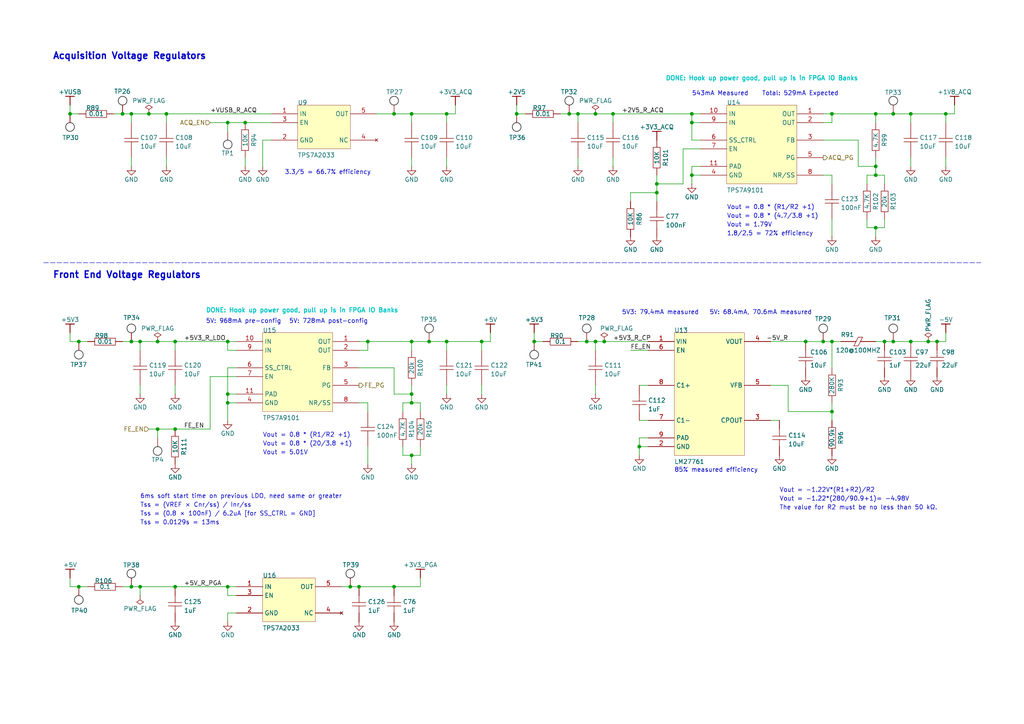
<source format=kicad_sch>
(kicad_sch (version 20250114) (generator "eeschema") (generator_version "9.0")
  (paper "A4")
  (title_block (title "ThunderScope") (rev "5.2") (company "EEVengers") (comment 1 "Aleksa Bjelogrlic"))
  (text "Vout = 0.8 * (20/3.8 +1)" (at 76.2 129.54 0) (effects (font (size 1.27 1.27)) (justify left bottom)))
  (text "" (at 96.52 162.56 0) (effects (font (size 1.27 1.27)) (justify left bottom)))
  (text "Tss = 0.0129s = 13ms" (at 40.64 152.4 0) (effects (font (size 1.27 1.27)) (justify left bottom)))
  (text "5V: 728mA post-config" (at 83.82 93.98 0) (effects (font (size 1.27 1.27) (thickness 0.1588)) (justify left bottom)))
  (text "3.3/5 = 66.7% efficiency" (at 82.55 50.8 0) (effects (font (size 1.27 1.27) (thickness 0.1588)) (justify left bottom)))
  (text "5V: 968mA pre-config" (at 59.69 93.98 0) (effects (font (size 1.27 1.27) (thickness 0.1588)) (justify left bottom)))
  (text "Vout = 0.8 * (R1/R2 +1)" (at 210.82 60.96 0) (effects (font (size 1.27 1.27) (thickness 0.1588)) (justify left bottom)))
  (text "Tss = (0.8 × 100nF) / 6.2uA [for SS_CTRL = GND]" (at 40.64 149.86 0) (effects (font (size 1.27 1.27)) (justify left bottom)))
  (text "Vout = -1.22V*(R1+R2)/R2" (at 226.06 142.24 0) (effects (font (size 1.27 1.27)) (justify left)))
  (text "Vout = 0.8 * (4.7/3.8 +1)" (at 210.82 63.5 0) (effects (font (size 1.27 1.27) (thickness 0.1588)) (justify left bottom)))
  (text "5V: 68.4mA, 70.6mA measured" (at 205.74 91.44 0) (effects (font (size 1.27 1.27) (thickness 0.1588)) (justify left bottom)))
  (text "6ms soft start time on previous LDO, need same or greater" (at 40.64 144.78 0) (effects (font (size 1.27 1.27)) (justify left bottom)))
  (text "Vout = 0.8 * (R1/R2 +1)" (at 76.2 127 0) (effects (font (size 1.27 1.27)) (justify left bottom)))
  (text "85% measured efficiency" (at 195.58 137.16 0) (effects (font (size 1.27 1.27) (thickness 0.1588)) (justify left bottom)))
  (text "DONE: Hook up power good, pull up is in FPGA IO Banks" (at 220.98 22.86 0) (effects (font (size 1.27 1.27) (thickness 0.254) (bold yes))))
  (text "Vout = 5.01V" (at 76.2 132.08 0) (effects (font (size 1.27 1.27)) (justify left bottom)))
  (text "1.8/2.5 = 72% efficiency" (at 210.82 68.58 0) (effects (font (size 1.27 1.27) (thickness 0.1588)) (justify left bottom)))
  (text "DONE: Hook up power good, pull up is in FPGA IO Banks" (at 87.63 90.17 0) (effects (font (size 1.27 1.27) (thickness 0.254) (bold yes))))
  (text "Vout = 1.79V" (at 210.82 66.04 0) (effects (font (size 1.27 1.27) (thickness 0.1588)) (justify left bottom)))
  (text "Front End Voltage Regulators" (at 15.24 78.74 0) (effects (font (size 1.905 1.905) (thickness 0.381) (bold yes)) (justify left top)))
  (text "5V3: 79.4mA measured" (at 180.34 91.44 0) (effects (font (size 1.27 1.27) (thickness 0.1588)) (justify left bottom)))
  (text "Total: 529mA Expected" (at 220.98 27.94 0) (effects (font (size 1.27 1.27) (thickness 0.1588)) (justify left bottom)))
  (text "543mA Measured" (at 200.66 27.94 0) (effects (font (size 1.27 1.27) (thickness 0.1588)) (justify left bottom)))
  (text "Acquisition Voltage Regulators" (at 15.24 15.24 0) (effects (font (size 1.905 1.905) (thickness 0.381) (bold yes)) (justify left top)))
  (text "Vout = -1.22*(280/90.9+1)= -4.98V" (at 226.06 144.78 0) (effects (font (size 1.27 1.27) (thickness 0.1588)) (justify left)))
  (text "Tss = (VREF × Cnr/ss) / Inr/ss" (at 40.64 147.32 0) (effects (font (size 1.27 1.27)) (justify left bottom)))
  (text "The value for R2 must be no less than 50 kΩ." (at 226.06 147.32 0) (effects (font (size 1.27 1.27)) (justify left)))
  (junction (at 66.04 170.18))
  (junction (at 241.3 99.06))
  (junction (at 264.16 33.02))
  (junction (at 50.8 124.46))
  (junction (at 154.94 99.06))
  (junction (at 241.3 33.02))
  (junction (at 114.3 33.02))
  (junction (at 43.18 33.02))
  (junction (at 66.04 35.56))
  (junction (at 119.38 132.08))
  (junction (at 200.66 33.02))
  (junction (at 45.72 124.46))
  (junction (at 22.86 99.06))
  (junction (at 40.64 170.18))
  (junction (at 200.66 50.8))
  (junction (at 35.56 33.02))
  (junction (at 119.38 99.06))
  (junction (at 190.5 55.88))
  (junction (at 165.1 33.02))
  (junction (at 124.46 99.06))
  (junction (at 66.04 116.84))
  (junction (at 185.42 129.54))
  (junction (at 66.04 114.3))
  (junction (at 119.38 116.84))
  (junction (at 241.3 119.38))
  (junction (at 119.38 114.3))
  (junction (at 233.68 99.06))
  (junction (at 129.54 33.02))
  (junction (at 50.8 99.06))
  (junction (at 269.24 99.06))
  (junction (at 170.18 99.06))
  (junction (at 254 48.26))
  (junction (at 254 50.8))
  (junction (at 200.66 35.56))
  (junction (at 256.54 99.06))
  (junction (at 139.7 99.06))
  (junction (at 104.14 170.18))
  (junction (at 48.26 33.02))
  (junction (at 172.72 33.02))
  (junction (at 190.5 53.34))
  (junction (at 149.86 33.02))
  (junction (at 66.04 99.06))
  (junction (at 22.86 170.18))
  (junction (at 238.76 99.06))
  (junction (at 271.78 99.06))
  (junction (at 259.08 33.02))
  (junction (at 175.26 99.06))
  (junction (at 177.8 33.02))
  (junction (at 38.1 33.02))
  (junction (at 129.54 99.06))
  (junction (at 254 33.02))
  (junction (at 259.08 99.06))
  (junction (at 119.38 33.02))
  (junction (at 106.68 99.06))
  (junction (at 172.72 99.06))
  (junction (at 20.32 33.02))
  (junction (at 101.6 170.18))
  (junction (at 264.16 99.06))
  (junction (at 40.64 99.06))
  (junction (at 167.64 33.02))
  (junction (at 45.72 99.06))
  (junction (at 50.8 170.18))
  (junction (at 38.1 99.06))
  (junction (at 71.12 35.56))
  (junction (at 254 66.04))
  (junction (at 114.3 170.18))
  (junction (at 38.1 170.18))
  (junction (at 274.32 33.02))
  (wire (pts (xy 71.12 45.72) (xy 71.12 48.26)))
  (wire (pts (xy 167.64 33.02) (xy 172.72 33.02)))
  (wire (pts (xy 119.38 134.62) (xy 119.38 132.08)))
  (wire (pts (xy 177.8 48.26) (xy 177.8 45.72)))
  (wire (pts (xy 119.38 116.84) (xy 121.92 116.84)))
  (wire (pts (xy 254 66.04) (xy 256.54 66.04)))
  (wire (pts (xy 22.86 99.06) (xy 25.4 99.06)))
  (wire (pts (xy 182.88 58.42) (xy 182.88 55.88)))
  (wire (pts (xy 45.72 124.46) (xy 50.8 124.46)))
  (wire (pts (xy 60.96 124.46) (xy 60.96 109.22)))
  (wire (pts (xy 106.68 99.06) (xy 119.38 99.06)))
  (wire (pts (xy 106.68 134.62) (xy 106.68 129.54)))
  (wire (pts (xy 241.3 50.8) (xy 241.3 53.34)))
  (wire (pts (xy 228.6 111.76) (xy 223.52 111.76)))
  (wire (pts (xy 20.32 33.02) (xy 22.86 33.02)))
  (wire (pts (xy 254 48.26) (xy 254 50.8)))
  (wire (pts (xy 66.04 35.56) (xy 71.12 35.56)))
  (wire (pts (xy 187.96 129.54) (xy 185.42 129.54)))
  (wire (pts (xy 132.08 33.02) (xy 132.08 30.48)))
  (wire (pts (xy 40.64 172.72) (xy 40.64 170.18)))
  (wire (pts (xy 66.04 170.18) (xy 68.58 170.18)))
  (wire (pts (xy 172.72 101.6) (xy 172.72 99.06)))
  (wire (pts (xy 116.84 132.08) (xy 119.38 132.08)))
  (wire (pts (xy 172.72 99.06) (xy 175.26 99.06)))
  (wire (pts (xy 154.94 99.06) (xy 157.48 99.06)))
  (wire (pts (xy 241.3 68.58) (xy 241.3 63.5)))
  (wire (pts (xy 223.52 121.92) (xy 226.06 121.92)))
  (wire (pts (xy 40.64 114.3) (xy 40.64 111.76)))
  (wire (pts (xy 264.16 99.06) (xy 269.24 99.06)))
  (wire (pts (xy 68.58 116.84) (xy 66.04 116.84)))
  (wire (pts (xy 254 33.02) (xy 259.08 33.02)))
  (wire (pts (xy 20.32 96.52) (xy 20.32 99.06)))
  (wire (pts (xy 149.86 30.48) (xy 149.86 33.02)))
  (wire (pts (xy 259.08 99.06) (xy 264.16 99.06)))
  (wire (pts (xy 119.38 132.08) (xy 121.92 132.08)))
  (wire (pts (xy 200.66 50.8) (xy 200.66 53.34)))
  (wire (pts (xy 43.18 33.02) (xy 48.26 33.02)))
  (wire (pts (xy 106.68 101.6) (xy 106.68 99.06)))
  (wire (pts (xy 172.72 114.3) (xy 172.72 111.76)))
  (wire (pts (xy 119.38 99.06) (xy 124.46 99.06)))
  (wire (pts (xy 238.76 40.64) (xy 248.92 40.64)))
  (wire (pts (xy 35.56 99.06) (xy 38.1 99.06)))
  (wire (pts (xy 154.94 96.52) (xy 154.94 99.06)))
  (wire (pts (xy 223.52 99.06) (xy 233.68 99.06)))
  (wire (pts (xy 60.96 109.22) (xy 68.58 109.22)))
  (polyline (pts (xy 12.7 76.2) (xy 284.48 76.2)) (stroke (width 0.127) (type dash)))
  (wire (pts (xy 66.04 177.8) (xy 66.04 180.34)))
  (wire (pts (xy 66.04 172.72) (xy 66.04 170.18)))
  (wire (pts (xy 238.76 50.8) (xy 241.3 50.8)))
  (wire (pts (xy 254 45.72) (xy 254 48.26)))
  (wire (pts (xy 203.2 43.18) (xy 198.12 43.18)))
  (wire (pts (xy 20.32 99.06) (xy 22.86 99.06)))
  (wire (pts (xy 106.68 119.38) (xy 106.68 116.84)))
  (wire (pts (xy 264.16 33.02) (xy 264.16 35.56)))
  (wire (pts (xy 241.3 99.06) (xy 241.3 106.68)))
  (wire (pts (xy 254 68.58) (xy 254 66.04)))
  (wire (pts (xy 40.64 99.06) (xy 45.72 99.06)))
  (wire (pts (xy 129.54 48.26) (xy 129.54 45.72)))
  (wire (pts (xy 251.46 63.5) (xy 251.46 66.04)))
  (wire (pts (xy 119.38 33.02) (xy 119.38 35.56)))
  (wire (pts (xy 66.04 116.84) (xy 66.04 121.92)))
  (wire (pts (xy 68.58 106.68) (xy 66.04 106.68)))
  (wire (pts (xy 114.3 33.02) (xy 119.38 33.02)))
  (wire (pts (xy 182.88 55.88) (xy 190.5 55.88)))
  (wire (pts (xy 190.5 55.88) (xy 190.5 58.42)))
  (wire (pts (xy 254 35.56) (xy 254 33.02)))
  (wire (pts (xy 241.3 119.38) (xy 241.3 116.84)))
  (wire (pts (xy 43.18 124.46) (xy 45.72 124.46)))
  (wire (pts (xy 238.76 35.56) (xy 241.3 35.56)))
  (wire (pts (xy 38.1 33.02) (xy 43.18 33.02)))
  (wire (pts (xy 106.68 116.84) (xy 104.14 116.84)))
  (wire (pts (xy 256.54 66.04) (xy 256.54 63.5)))
  (wire (pts (xy 185.42 132.08) (xy 185.42 129.54)))
  (wire (pts (xy 124.46 99.06) (xy 129.54 99.06)))
  (wire (pts (xy 68.58 172.72) (xy 66.04 172.72)))
  (wire (pts (xy 167.64 48.26) (xy 167.64 45.72)))
  (wire (pts (xy 167.64 35.56) (xy 167.64 33.02)))
  (wire (pts (xy 198.12 43.18) (xy 198.12 53.34)))
  (wire (pts (xy 114.3 114.3) (xy 119.38 114.3)))
  (wire (pts (xy 119.38 114.3) (xy 119.38 116.84)))
  (wire (pts (xy 254 50.8) (xy 256.54 50.8)))
  (wire (pts (xy 48.26 33.02) (xy 78.74 33.02)))
  (wire (pts (xy 254 50.8) (xy 251.46 50.8)))
  (wire (pts (xy 203.2 40.64) (xy 200.66 40.64)))
  (wire (pts (xy 251.46 50.8) (xy 251.46 53.34)))
  (wire (pts (xy 175.26 99.06) (xy 187.96 99.06)))
  (wire (pts (xy 66.04 99.06) (xy 68.58 99.06)))
  (wire (pts (xy 68.58 101.6) (xy 66.04 101.6)))
  (wire (pts (xy 20.32 170.18) (xy 22.86 170.18)))
  (wire (pts (xy 200.66 33.02) (xy 203.2 33.02)))
  (wire (pts (xy 35.56 170.18) (xy 38.1 170.18)))
  (wire (pts (xy 119.38 116.84) (xy 116.84 116.84)))
  (wire (pts (xy 104.14 106.68) (xy 114.3 106.68)))
  (wire (pts (xy 78.74 40.64) (xy 76.2 40.64)))
  (wire (pts (xy 203.2 50.8) (xy 200.66 50.8)))
  (wire (pts (xy 109.22 33.02) (xy 114.3 33.02)))
  (wire (pts (xy 274.32 48.26) (xy 274.32 45.72)))
  (wire (pts (xy 241.3 119.38) (xy 228.6 119.38)))
  (wire (pts (xy 121.92 170.18) (xy 121.92 167.64)))
  (wire (pts (xy 139.7 99.06) (xy 139.7 101.6)))
  (wire (pts (xy 104.14 101.6) (xy 106.68 101.6)))
  (wire (pts (xy 142.24 99.06) (xy 142.24 96.52)))
  (wire (pts (xy 139.7 99.06) (xy 142.24 99.06)))
  (wire (pts (xy 66.04 101.6) (xy 66.04 99.06)))
  (wire (pts (xy 190.5 50.8) (xy 190.5 53.34)))
  (wire (pts (xy 185.42 129.54) (xy 185.42 127)))
  (wire (pts (xy 48.26 33.02) (xy 48.26 35.56)))
  (wire (pts (xy 274.32 99.06) (xy 274.32 96.52)))
  (wire (pts (xy 182.88 101.6) (xy 187.96 101.6)))
  (wire (pts (xy 45.72 99.06) (xy 50.8 99.06)))
  (wire (pts (xy 200.66 35.56) (xy 200.66 33.02)))
  (wire (pts (xy 104.14 99.06) (xy 106.68 99.06)))
  (wire (pts (xy 33.02 33.02) (xy 35.56 33.02)))
  (wire (pts (xy 119.38 101.6) (xy 119.38 99.06)))
  (wire (pts (xy 129.54 33.02) (xy 132.08 33.02)))
  (wire (pts (xy 20.32 30.48) (xy 20.32 33.02)))
  (wire (pts (xy 172.72 99.06) (xy 170.18 99.06)))
  (wire (pts (xy 256.54 50.8) (xy 256.54 53.34)))
  (wire (pts (xy 241.3 35.56) (xy 241.3 33.02)))
  (wire (pts (xy 40.64 170.18) (xy 50.8 170.18)))
  (wire (pts (xy 116.84 129.54) (xy 116.84 132.08)))
  (wire (pts (xy 38.1 99.06) (xy 40.64 99.06)))
  (wire (pts (xy 228.6 119.38) (xy 228.6 111.76)))
  (wire (pts (xy 129.54 99.06) (xy 129.54 101.6)))
  (wire (pts (xy 190.5 53.34) (xy 198.12 53.34)))
  (wire (pts (xy 271.78 99.06) (xy 274.32 99.06)))
  (wire (pts (xy 50.8 101.6) (xy 50.8 99.06)))
  (wire (pts (xy 254 99.06) (xy 256.54 99.06)))
  (wire (pts (xy 248.92 48.26) (xy 254 48.26)))
  (wire (pts (xy 114.3 170.18) (xy 121.92 170.18)))
  (wire (pts (xy 238.76 99.06) (xy 241.3 99.06)))
  (wire (pts (xy 50.8 170.18) (xy 66.04 170.18)))
  (wire (pts (xy 203.2 35.56) (xy 200.66 35.56)))
  (wire (pts (xy 248.92 40.64) (xy 248.92 48.26)))
  (wire (pts (xy 38.1 170.18) (xy 40.64 170.18)))
  (wire (pts (xy 187.96 111.76) (xy 185.42 111.76)))
  (wire (pts (xy 129.54 114.3) (xy 129.54 111.76)))
  (wire (pts (xy 129.54 99.06) (xy 139.7 99.06)))
  (wire (pts (xy 116.84 116.84) (xy 116.84 119.38)))
  (wire (pts (xy 170.18 99.06) (xy 167.64 99.06)))
  (wire (pts (xy 185.42 127) (xy 187.96 127)))
  (wire (pts (xy 76.2 40.64) (xy 76.2 48.26)))
  (wire (pts (xy 119.38 33.02) (xy 129.54 33.02)))
  (wire (pts (xy 200.66 40.64) (xy 200.66 35.56)))
  (wire (pts (xy 203.2 48.26) (xy 200.66 48.26)))
  (wire (pts (xy 114.3 106.68) (xy 114.3 114.3)))
  (wire (pts (xy 264.16 33.02) (xy 274.32 33.02)))
  (wire (pts (xy 104.14 170.18) (xy 114.3 170.18)))
  (wire (pts (xy 274.32 33.02) (xy 276.86 33.02)))
  (wire (pts (xy 50.8 99.06) (xy 66.04 99.06)))
  (wire (pts (xy 71.12 35.56) (xy 78.74 35.56)))
  (wire (pts (xy 256.54 99.06) (xy 259.08 99.06)))
  (wire (pts (xy 269.24 99.06) (xy 271.78 99.06)))
  (wire (pts (xy 172.72 33.02) (xy 177.8 33.02)))
  (wire (pts (xy 233.68 99.06) (xy 238.76 99.06)))
  (wire (pts (xy 68.58 177.8) (xy 66.04 177.8)))
  (wire (pts (xy 68.58 114.3) (xy 66.04 114.3)))
  (wire (pts (xy 38.1 48.26) (xy 38.1 45.72)))
  (wire (pts (xy 177.8 33.02) (xy 177.8 35.56)))
  (wire (pts (xy 162.56 33.02) (xy 165.1 33.02)))
  (wire (pts (xy 139.7 114.3) (xy 139.7 111.76)))
  (wire (pts (xy 121.92 116.84) (xy 121.92 119.38)))
  (wire (pts (xy 50.8 114.3) (xy 50.8 111.76)))
  (wire (pts (xy 119.38 114.3) (xy 119.38 111.76)))
  (wire (pts (xy 40.64 101.6) (xy 40.64 99.06)))
  (wire (pts (xy 251.46 66.04) (xy 254 66.04)))
  (wire (pts (xy 101.6 170.18) (xy 99.06 170.18)))
  (wire (pts (xy 149.86 33.02) (xy 152.4 33.02)))
  (wire (pts (xy 35.56 33.02) (xy 38.1 33.02)))
  (wire (pts (xy 165.1 33.02) (xy 167.64 33.02)))
  (wire (pts (xy 190.5 53.34) (xy 190.5 55.88)))
  (wire (pts (xy 45.72 124.46) (xy 45.72 127)))
  (wire (pts (xy 177.8 33.02) (xy 200.66 33.02)))
  (wire (pts (xy 276.86 33.02) (xy 276.86 30.48)))
  (wire (pts (xy 241.3 121.92) (xy 241.3 119.38)))
  (wire (pts (xy 22.86 170.18) (xy 25.4 170.18)))
  (wire (pts (xy 119.38 48.26) (xy 119.38 45.72)))
  (wire (pts (xy 50.8 124.46) (xy 60.96 124.46)))
  (wire (pts (xy 259.08 33.02) (xy 264.16 33.02)))
  (wire (pts (xy 238.76 33.02) (xy 241.3 33.02)))
  (wire (pts (xy 66.04 106.68) (xy 66.04 114.3)))
  (wire (pts (xy 48.26 48.26) (xy 48.26 45.72)))
  (wire (pts (xy 200.66 48.26) (xy 200.66 50.8)))
  (wire (pts (xy 60.96 35.56) (xy 66.04 35.56)))
  (wire (pts (xy 66.04 114.3) (xy 66.04 116.84)))
  (wire (pts (xy 241.3 99.06) (xy 243.84 99.06)))
  (wire (pts (xy 274.32 33.02) (xy 274.32 35.56)))
  (wire (pts (xy 129.54 33.02) (xy 129.54 35.56)))
  (wire (pts (xy 66.04 38.1) (xy 66.04 35.56)))
  (wire (pts (xy 121.92 132.08) (xy 121.92 129.54)))
  (wire (pts (xy 264.16 48.26) (xy 264.16 45.72)))
  (wire (pts (xy 20.32 167.64) (xy 20.32 170.18)))
  (wire (pts (xy 104.14 170.18) (xy 101.6 170.18)))
  (wire (pts (xy 241.3 33.02) (xy 254 33.02)))
  (wire (pts (xy 187.96 121.92) (xy 185.42 121.92)))
  (wire (pts (xy 38.1 35.56) (xy 38.1 33.02)))
  (label "+5V_R_PGA" (at 53.34 170.18 0))
  (label "+VUSB_R_ACQ" (at 60.96 33.02 0))
  (label "+5V3_R_CP" (at 177.8 99.06 0))
  (label "+2V5_R_ACQ" (at 180.34 33.02 0))
  (label "FE_EN" (at 182.88 101.6 0))
  (label "FE_EN" (at 53.34 124.46 0))
  (label "-5V_R" (at 228.6 99.06 180))
  (label "+5V3_R_LDO" (at 53.34 99.06 0))
  (hierarchical_label "FE_PG" (shape output) (at 104.14 111.76 0))
  (hierarchical_label "FE_EN" (shape input) (at 43.18 124.46 180))
  (hierarchical_label "ACQ_PG" (shape output) (at 238.76 45.72 0))
  (hierarchical_label "ACQ_EN" (shape input) (at 60.96 35.56 180))
  (symbol (lib_id "Thunderscope_Rev5:CAP 10uF 25V X5R 0603") (at 50.8 106.68 0) (unit 1)
    (property "Reference" "C120" (at 53.34 106.68 0) (effects (justify left bottom)))
    (property "Value" "10uF" (at 53.34 109.22 0) (effects (justify left bottom)))
    (property "Footprint" "Thunderscope_Rev5:GEN_C_0603" (effects (hide yes)))
    (property "PACKAGE" "0402" (effects (hide yes)))
    (property "VOLTAGE RATING" "25V" (effects (hide yes)))
    (property "SUPPLIER 1" "Mouser" (effects (hide yes)))
    (property "SUPPLIER PART NUMBER 1" "81-GRM188R61E106MA3D" (effects (hide yes)))
    (property "MANUFACTURER" "Murata" (effects (hide yes)))
    (property "MANUFACTURER PART NUMBER" "GRM188R61E106MA73D" (effects (hide yes)))
  )
  (symbol (lib_id "Thunderscope_Rev5:TP PCB 1mm") (at 124.46 99.06 90) (unit 1) (in_bom no)
    (property "Reference" "TP35" (at 126.8154 91.9384 90) (effects (justify left bottom)))
    (property "Value" "PCB" (effects (hide yes)))
    (property "Footprint" "Thunderscope_Rev5:GEN_TP_PCB" (effects (hide yes)))
  )
  (symbol (lib_id "Thunderscope_Rev5:-5V_BAR") (at 274.32 96.52 180) (unit 1)
    (property "Reference" "#PWR0534" (effects (hide yes)))
    (property "Value" "-5V" (at 274.32 92.71 0))
    (property "Description" "Power symbol creates a global label with name '-5V'" (effects (hide yes)))
  )
  (symbol (lib_id "Thunderscope_Rev5:+3V3_ACQ_BAR") (at 132.08 30.48 180) (unit 1)
    (property "Reference" "#PWR0275" (effects (hide yes)))
    (property "Value" "+3V3_ACQ" (at 132.08 26.67 0))
    (property "Description" "Power symbol creates a global label with name '+3V3_ACQ'" (effects (hide yes)))
  )
  (symbol (lib_id "Thunderscope_Rev5:+5V_BAR") (at 20.32 167.64 180) (unit 1)
    (property "Reference" "#PWR0535" (effects (hide yes)))
    (property "Value" "+5V" (at 20.32 163.83 0))
    (property "Description" "Power symbol creates a global label with name '+5V'" (effects (hide yes)))
  )
  (symbol (lib_id "Thunderscope_Rev5:RES 20K OHM 1% 1/16W 0402") (at 121.92 124.46 0) (unit 1)
    (property "Reference" "R105" (at 124.46 124.46 90))
    (property "Value" "20k" (at 121.92 124.46 90))
    (property "Footprint" "Thunderscope_Rev5:GEN_R_0402" (effects (hide yes)))
    (property "TOLERANCE" "1%" (effects (hide yes)))
    (property "PACKAGE" "0402" (effects (hide yes)))
    (property "SUPPLIER 1" "Mouser" (effects (hide yes)))
    (property "SUPPLIER PART NUMBER 1" "603-RC0402FR-0720KL" (effects (hide yes)))
    (property "MANUFACTURER" "Yageo" (effects (hide yes)))
    (property "MANUFACTURER PART NUMBER" "RC0402FR-0720KL" (effects (hide yes)))
  )
  (symbol (lib_id "Thunderscope_Rev5:RES 0.01 OHM 1% 1/4W 0603") (at 157.48 33.02 0) (unit 1)
    (property "Reference" "R97" (at 154.48 32.044 0) (effects (justify left bottom)))
    (property "Value" "0.01" (at 157.48 33.02 0))
    (property "Footprint" "Thunderscope_Rev5:GEN_R_0603" (effects (hide yes)))
    (property "TOLERANCE" "1%" (effects (hide yes)))
    (property "SUPPLIER 1" "Mouser" (effects (hide yes)))
    (property "SUPPLIER PART NUMBER 1" "754-RL0816T-R010-F" (effects (hide yes)))
    (property "PACKAGE" "0603" (effects (hide yes)))
    (property "HOUSE PART NUMBER" "R-0.01-0603-1%-001" (effects (hide yes)))
    (property "MANUFACTURER" "Susumu" (effects (hide yes)))
    (property "MANUFACTURER PART NUMBER" "RL0816T-R010-F" (effects (hide yes)))
  )
  (symbol (lib_id "Thunderscope_Rev5:CAP 10uF 25V X5R 0603") (at 48.26 40.64 0) (unit 1)
    (property "Reference" "C108" (at 50.8 40.64 0) (effects (justify left bottom)))
    (property "Value" "10uF" (at 50.8 43.18 0) (effects (justify left bottom)))
    (property "Footprint" "Thunderscope_Rev5:GEN_C_0603" (effects (hide yes)))
    (property "PACKAGE" "0402" (effects (hide yes)))
    (property "VOLTAGE RATING" "25V" (effects (hide yes)))
    (property "SUPPLIER 1" "Mouser" (effects (hide yes)))
    (property "SUPPLIER PART NUMBER 1" "81-GRM188R61E106MA3D" (effects (hide yes)))
    (property "MANUFACTURER" "Murata" (effects (hide yes)))
    (property "MANUFACTURER PART NUMBER" "GRM188R61E106MA73D" (effects (hide yes)))
  )
  (symbol (lib_id "Thunderscope_Rev5:IC LDO TPS7A9101") (at 86.36 106.68 0) (unit 1)
    (property "Reference" "U15" (at 76.2 96.52 0) (effects (justify left bottom)))
    (property "Value" "TPS7A9101" (at 76.2 121.92 0) (effects (justify left bottom)))
    (property "Footprint" "Thunderscope_Rev5:TI_WSON10_DSK0010A" (effects (hide yes)))
    (property "SUPPLIER 1" "Texas Instruments" (effects (hide yes)))
    (property "SUPPLIER PART NUMBER 1" "TPS7A9101DSKR" (effects (hide yes)))
    (property "MANUFACTURER" "Texas Instruments" (effects (hide yes)))
    (property "MANUFACTURER PART NUMBER" "TPS7A9101DSKR" (effects (hide yes)))
  )
  (symbol (lib_id "Thunderscope_Rev5:GND") (at 104.14 180.34 0) (unit 1)
    (property "Reference" "#PWR0530" (effects (hide yes)))
    (property "Value" "GND" (at 104.14 184.15 0))
    (property "Description" "Power symbol creates a global label with name \"GND\" , ground" (effects (hide yes)))
  )
  (symbol (lib_id "Thunderscope_Rev5:GND") (at 264.16 48.26 0) (unit 1)
    (property "Reference" "#PWR0551" (effects (hide yes)))
    (property "Value" "GND" (at 264.16 52.07 0))
    (property "Description" "Power symbol creates a global label with name \"GND\" , ground" (effects (hide yes)))
  )
  (symbol (lib_id "Thunderscope_Rev5:TP PCB 1mm") (at 170.18 99.06 90) (unit 1) (in_bom no)
    (property "Reference" "TP28" (at 172.6611 91.4674 90) (effects (justify left bottom)))
    (property "Value" "PCB" (effects (hide yes)))
    (property "Footprint" "Thunderscope_Rev5:GEN_TP_PCB" (effects (hide yes)))
  )
  (symbol (lib_id "Thunderscope_Rev5:CAP 10uF 25V X5R 0603") (at 233.68 104.14 0) (unit 1)
    (property "Reference" "C106" (at 234.95 102.87 0) (effects (justify left bottom)))
    (property "Value" "10uF" (at 234.95 106.68 0) (effects (justify left bottom)))
    (property "Footprint" "Thunderscope_Rev5:GEN_C_0603" (effects (hide yes)))
    (property "PACKAGE" "0402" (effects (hide yes)))
    (property "VOLTAGE RATING" "25V" (effects (hide yes)))
    (property "SUPPLIER 1" "Mouser" (effects (hide yes)))
    (property "SUPPLIER PART NUMBER 1" "81-GRM188R61E106MA3D" (effects (hide yes)))
    (property "MANUFACTURER" "Murata" (effects (hide yes)))
    (property "MANUFACTURER PART NUMBER" "GRM188R61E106MA73D" (effects (hide yes)))
  )
  (symbol (lib_id "Thunderscope_Rev5:IC LDO TPS7A2033") (at 93.98 38.1 0) (unit 1)
    (property "Reference" "U9" (at 86.36 30.48 0) (effects (justify left bottom)))
    (property "Value" "TPS7A2033" (at 86.36 45.72 0) (effects (justify left bottom)))
    (property "Footprint" "Thunderscope_Rev5:GEN_SOT23_5_950_2900X1600X1450" (effects (hide yes)))
    (property "MANUFACTURER" "Texas Instruments" (effects (hide yes)))
    (property "MANUFACTURER PART NUMBER" "TPS7A2033PDBVR" (effects (hide yes)))
    (property "SUPPLIER 1" "Texas Instruments" (effects (hide yes)))
    (property "SUPPLIER PART NUMBER 1" "TPS7A2033PDBVR" (effects (hide yes)))
  )
  (symbol (lib_id "Thunderscope_Rev5:RES 90.9K OHM 1% 1/16W 0402") (at 241.3 127 270) (unit 1)
    (property "Reference" "R96" (at 243.84 127 0))
    (property "Value" "90.9k" (at 241.3 127 0))
    (property "Footprint" "Thunderscope_Rev5:GEN_R_0402" (effects (hide yes)))
    (property "TOLERANCE" "1%" (effects (hide yes)))
    (property "PACKAGE" "0402" (effects (hide yes)))
    (property "SUPPLIER 1" "Mouser" (effects (hide yes)))
    (property "SUPPLIER PART NUMBER 1" "603-RC0402FR-0790K9L" (effects (hide yes)))
    (property "MANUFACTURER" "Yageo" (effects (hide yes)))
    (property "MANUFACTURER PART NUMBER" "RC0402FR-0790K9L" (effects (hide yes)))
  )
  (symbol (lib_id "Thunderscope_Rev5:GND") (at 177.8 48.26 0) (unit 1)
    (property "Reference" "#PWR0543" (effects (hide yes)))
    (property "Value" "GND" (at 177.8 52.07 0))
    (property "Description" "Power symbol creates a global label with name \"GND\" , ground" (effects (hide yes)))
  )
  (symbol (lib_id "Thunderscope_Rev5:RES 10K OHM 1% 1/10W 0402") (at 190.5 45.72 90) (unit 1)
    (property "Reference" "R101" (at 193.04 45.72 0))
    (property "Value" "10K" (at 190.5 45.72 0))
    (property "Footprint" "Thunderscope_Rev5:GEN_R_0402" (effects (hide yes)))
    (property "TOLERANCE" "1%" (effects (hide yes)))
    (property "PACKAGE" "0402" (effects (hide yes)))
    (property "SUPPLIER 1" "Mouser" (effects (hide yes)))
    (property "SUPPLIER PART NUMBER 1" "667-ERJ-2RKF1002X" (effects (hide yes)))
    (property "MANUFACTURER" "Panasonic" (effects (hide yes)))
    (property "MANUFACTURER PART NUMBER" "ERJ-2RKF1002X" (effects (hide yes)))
  )
  (symbol (lib_id "Thunderscope_Rev5:+2V5_BAR") (at 149.86 30.48 180) (unit 1)
    (property "Reference" "#PWR0546" (effects (hide yes)))
    (property "Value" "+2V5" (at 149.86 26.67 0))
    (property "Description" "Power symbol creates a global label with name '+2V5'" (effects (hide yes)))
  )
  (symbol (lib_id "Thunderscope_Rev5:CAP 1uF 25V X5R 0402") (at 114.3 175.26 0) (unit 1)
    (property "Reference" "C76" (at 116.84 175.26 0) (effects (justify left bottom)))
    (property "Value" "1uF" (at 116.84 177.8 0) (effects (justify left bottom)))
    (property "Footprint" "Thunderscope_Rev5:GEN_C_0402" (effects (hide yes)))
    (property "PACKAGE" "0402" (effects (hide yes)))
    (property "VOLTAGE RATING" "25V" (effects (hide yes)))
    (property "SUPPLIER 1" "Mouser" (effects (hide yes)))
    (property "SUPPLIER PART NUMBER 1" "81-GRM155R61E105KA2D" (effects (hide yes)))
    (property "MANUFACTURER" "Murata" (effects (hide yes)))
    (property "MANUFACTURER PART NUMBER" "GRM155R61E105KA12D" (effects (hide yes)))
  )
  (symbol (lib_id "Thunderscope_Rev5:GND") (at 114.3 180.34 0) (unit 1)
    (property "Reference" "#PWR0276" (effects (hide yes)))
    (property "Value" "GND" (at 114.3 184.15 0))
    (property "Description" "Power symbol creates a global label with name \"GND\" , ground" (effects (hide yes)))
  )
  (symbol (lib_id "Thunderscope_Rev5:RES 0.01 OHM 1% 1/4W 0603") (at 30.48 99.06 0) (unit 1)
    (property "Reference" "R98" (at 27.48 98.084 0) (effects (justify left bottom)))
    (property "Value" "0.01" (at 30.48 99.06 0))
    (property "Footprint" "Thunderscope_Rev5:GEN_R_0603" (effects (hide yes)))
    (property "TOLERANCE" "1%" (effects (hide yes)))
    (property "SUPPLIER 1" "Mouser" (effects (hide yes)))
    (property "SUPPLIER PART NUMBER 1" "754-RL0816T-R010-F" (effects (hide yes)))
    (property "PACKAGE" "0603" (effects (hide yes)))
    (property "HOUSE PART NUMBER" "R-0.01-0603-1%-001" (effects (hide yes)))
    (property "MANUFACTURER" "Susumu" (effects (hide yes)))
    (property "MANUFACTURER PART NUMBER" "RL0816T-R010-F" (effects (hide yes)))
  )
  (symbol (lib_id "Thunderscope_Rev5:TP PCB 1mm") (at 38.1 170.18 90) (unit 1) (in_bom no)
    (property "Reference" "TP38" (at 40.5752 163.1822 90) (effects (justify left bottom)))
    (property "Value" "PCB" (effects (hide yes)))
    (property "Footprint" "Thunderscope_Rev5:GEN_TP_PCB" (effects (hide yes)))
  )
  (symbol (lib_id "Thunderscope_Rev5:RES 0.1 OHM 1% 1/6W 0402") (at 162.56 99.06 0) (unit 1)
    (property "Reference" "R90" (at 159.56 98.084 0) (effects (justify left bottom)))
    (property "Value" "0.1" (at 162.56 99.06 0))
    (property "Footprint" "Thunderscope_Rev5:GEN_R_0402" (effects (hide yes)))
    (property "TOLERANCE" "1%" (effects (hide yes)))
    (property "PACKAGE" "0402" (effects (hide yes)))
    (property "SUPPLIER 1" "Mouser" (effects (hide yes)))
    (property "SUPPLIER PART NUMBER 1" "667-ERJ-2BSFR10X" (effects (hide yes)))
    (property "MANUFACTURER" "Panasonic" (effects (hide yes)))
    (property "MANUFACTURER PART NUMBER" "ERJ-2BSFR10X" (effects (hide yes)))
  )
  (symbol (lib_id "Thunderscope_Rev5:CAP 100nF 16V X7R 0402") (at 106.68 124.46 0) (unit 1)
    (property "Reference" "C124" (at 109.22 124.46 0) (effects (justify left bottom)))
    (property "Value" "100nF" (at 109.22 127 0) (effects (justify left bottom)))
    (property "Footprint" "Thunderscope_Rev5:GEN_C_0402" (effects (hide yes)))
    (property "PACKAGE" "0402" (effects (hide yes)))
    (property "VOLTAGE RATING" "16V" (effects (hide yes)))
    (property "SUPPLIER 1" "Mouser" (effects (hide yes)))
    (property "SUPPLIER PART NUMBER 1" "81-GCM155R71C104KA5D" (effects (hide yes)))
    (property "MANUFACTURER" "Murata" (effects (hide yes)))
    (property "HOUSE PART NUMBER" "C-100nF-0402-002" (effects (hide yes)))
    (property "MANUFACTURER PART NUMBER" "GCM155R71C104KA55D" (effects (hide yes)))
  )
  (symbol (lib_id "Thunderscope_Rev5:CAP 1uF 25V X5R 0402") (at 50.8 175.26 0) (unit 1)
    (property "Reference" "C125" (at 53.34 175.26 0) (effects (justify left bottom)))
    (property "Value" "1uF" (at 53.34 177.8 0) (effects (justify left bottom)))
    (property "Footprint" "Thunderscope_Rev5:GEN_C_0402" (effects (hide yes)))
    (property "PACKAGE" "0402" (effects (hide yes)))
    (property "VOLTAGE RATING" "25V" (effects (hide yes)))
    (property "SUPPLIER 1" "Mouser" (effects (hide yes)))
    (property "SUPPLIER PART NUMBER 1" "81-GRM155R61E105KA2D" (effects (hide yes)))
    (property "MANUFACTURER" "Murata" (effects (hide yes)))
    (property "MANUFACTURER PART NUMBER" "GRM155R61E105KA12D" (effects (hide yes)))
  )
  (symbol (lib_id "power:PWR_FLAG") (at 45.72 99.06 0) (unit 1)
    (property "Reference" "#FLG024" (effects (hide yes)))
    (property "Value" "PWR_FLAG" (at 45.72 95.25 0))
    (property "Description" "Special symbol for telling ERC where power comes from" (effects (hide yes)))
  )
  (symbol (lib_id "Thunderscope_Rev5:RES 4.7K OHM 1% 1/10W 0402") (at 251.46 58.42 90) (unit 1)
    (property "Reference" "R102" (at 254 58.42 0))
    (property "Value" "4.7K" (at 251.46 58.42 0))
    (property "Footprint" "Thunderscope_Rev5:GEN_R_0402" (effects (hide yes)))
    (property "TOLERANCE" "1%" (effects (hide yes)))
    (property "PACKAGE" "0402" (effects (hide yes)))
    (property "SUPPLIER 1" "Mouser" (effects (hide yes)))
    (property "SUPPLIER PART NUMBER 1" "667-ERJ-2RKF4701X" (effects (hide yes)))
    (property "MANUFACTURER" "Panasonic" (effects (hide yes)))
    (property "MANUFACTURER PART NUMBER" "ERJ-2RKF4701X" (effects (hide yes)))
  )
  (symbol (lib_id "Thunderscope_Rev5:GND") (at 182.88 68.58 0) (unit 1)
    (property "Reference" "#PWR01001" (effects (hide yes)))
    (property "Value" "GND" (at 182.88 72.39 0))
    (property "Description" "Power symbol creates a global label with name \"GND\" , ground" (effects (hide yes)))
  )
  (symbol (lib_id "Thunderscope_Rev5:GND") (at 274.32 48.26 0) (unit 1)
    (property "Reference" "#PWR0549" (effects (hide yes)))
    (property "Value" "GND" (at 274.32 52.07 0))
    (property "Description" "Power symbol creates a global label with name \"GND\" , ground" (effects (hide yes)))
  )
  (symbol (lib_id "Thunderscope_Rev5:GND") (at 66.04 180.34 0) (unit 1)
    (property "Reference" "#PWR0532" (effects (hide yes)))
    (property "Value" "GND" (at 66.04 184.15 0))
    (property "Description" "Power symbol creates a global label with name \"GND\" , ground" (effects (hide yes)))
  )
  (symbol (lib_id "Thunderscope_Rev5:CAP 1uF 25V X5R 0402") (at 104.14 175.26 0) (unit 1)
    (property "Reference" "C126" (at 106.68 175.26 0) (effects (justify left bottom)))
    (property "Value" "1uF" (at 106.68 177.8 0) (effects (justify left bottom)))
    (property "Footprint" "Thunderscope_Rev5:GEN_C_0402" (effects (hide yes)))
    (property "PACKAGE" "0402" (effects (hide yes)))
    (property "VOLTAGE RATING" "25V" (effects (hide yes)))
    (property "SUPPLIER 1" "Mouser" (effects (hide yes)))
    (property "SUPPLIER PART NUMBER 1" "81-GRM155R61E105KA2D" (effects (hide yes)))
    (property "MANUFACTURER" "Murata" (effects (hide yes)))
    (property "MANUFACTURER PART NUMBER" "GRM155R61E105KA12D" (effects (hide yes)))
  )
  (symbol (lib_id "Thunderscope_Rev5:TP PCB 1mm") (at 38.1 99.06 90) (unit 1) (in_bom no)
    (property "Reference" "TP34" (at 40.64 91.44 90) (effects (justify left bottom)))
    (property "Value" "PCB" (effects (hide yes)))
    (property "Footprint" "Thunderscope_Rev5:GEN_TP_PCB" (effects (hide yes)))
  )
  (symbol (lib_id "Thunderscope_Rev5:TP PCB 1mm") (at 154.94 99.06 270) (unit 1) (in_bom no)
    (property "Reference" "TP41" (at 152.4705 106.4817 90) (effects (justify left bottom)))
    (property "Value" "PCB" (effects (hide yes)))
    (property "Footprint" "Thunderscope_Rev5:GEN_TP_PCB" (effects (hide yes)))
  )
  (symbol (lib_id "Thunderscope_Rev5:TP PCB 1mm") (at 238.76 99.06 90) (unit 1) (in_bom no)
    (property "Reference" "TP29" (at 241.1901 91.7618 90) (effects (justify left bottom)))
    (property "Value" "PCB" (effects (hide yes)))
    (property "Footprint" "Thunderscope_Rev5:GEN_TP_PCB" (effects (hide yes)))
  )
  (symbol (lib_id "Thunderscope_Rev5:+VUSB") (at 20.32 30.48 180) (unit 1)
    (property "Reference" "#PWR0269" (effects (hide yes)))
    (property "Value" "+VUSB" (at 20.32 26.67 0))
    (property "Description" "Power symbol creates a global label with name '+VUSB'" (effects (hide yes)))
  )
  (symbol (lib_id "Thunderscope_Rev5:TP PCB 1mm") (at 66.04 38.1 270) (unit 1) (in_bom no)
    (property "Reference" "TP1" (at 66.04 44.45 90))
    (property "Value" "PCB" (effects (hide yes)))
    (property "Footprint" "Thunderscope_Rev5:GEN_TP_PCB" (effects (hide yes)))
  )
  (symbol (lib_id "Thunderscope_Rev5:GND") (at 119.38 134.62 0) (unit 1)
    (property "Reference" "#PWR0528" (effects (hide yes)))
    (property "Value" "GND" (at 119.38 138.43 0))
    (property "Description" "Power symbol creates a global label with name \"GND\" , ground" (effects (hide yes)))
  )
  (symbol (lib_id "Thunderscope_Rev5:TP PCB 1mm") (at 22.86 170.18 270) (unit 1) (in_bom no)
    (property "Reference" "TP40" (at 20.5948 177.8039 90) (effects (justify left bottom)))
    (property "Value" "PCB" (effects (hide yes)))
    (property "Footprint" "Thunderscope_Rev5:GEN_TP_PCB" (effects (hide yes)))
  )
  (symbol (lib_id "Thunderscope_Rev5:CAP 10uF 25V X5R 0603") (at 129.54 40.64 0) (unit 1)
    (property "Reference" "C110" (at 132.08 40.64 0) (effects (justify left bottom)))
    (property "Value" "10uF" (at 132.08 43.18 0) (effects (justify left bottom)))
    (property "Footprint" "Thunderscope_Rev5:GEN_C_0603" (effects (hide yes)))
    (property "PACKAGE" "0402" (effects (hide yes)))
    (property "VOLTAGE RATING" "25V" (effects (hide yes)))
    (property "SUPPLIER 1" "Mouser" (effects (hide yes)))
    (property "SUPPLIER PART NUMBER 1" "81-GRM188R61E106MA3D" (effects (hide yes)))
    (property "MANUFACTURER" "Murata" (effects (hide yes)))
    (property "MANUFACTURER PART NUMBER" "GRM188R61E106MA73D" (effects (hide yes)))
  )
  (symbol (lib_id "Thunderscope_Rev5:GND") (at 200.66 53.34 0) (unit 1)
    (property "Reference" "#PWR0544" (effects (hide yes)))
    (property "Value" "GND" (at 200.66 57.15 0))
    (property "Description" "Power symbol creates a global label with name \"GND\" , ground" (effects (hide yes)))
  )
  (symbol (lib_id "Thunderscope_Rev5:GND") (at 38.1 48.26 0) (unit 1)
    (property "Reference" "#PWR0517" (effects (hide yes)))
    (property "Value" "GND" (at 38.1 52.07 0))
    (property "Description" "Power symbol creates a global label with name \"GND\" , ground" (effects (hide yes)))
  )
  (symbol (lib_id "Thunderscope_Rev5:CAP 10uF 25V X5R 0603") (at 264.16 40.64 0) (unit 1)
    (property "Reference" "C117" (at 266.7 40.64 0) (effects (justify left bottom)))
    (property "Value" "10uF" (at 266.7 43.18 0) (effects (justify left bottom)))
    (property "Footprint" "Thunderscope_Rev5:GEN_C_0603" (effects (hide yes)))
    (property "PACKAGE" "0402" (effects (hide yes)))
    (property "VOLTAGE RATING" "25V" (effects (hide yes)))
    (property "SUPPLIER 1" "Mouser" (effects (hide yes)))
    (property "SUPPLIER PART NUMBER 1" "81-GRM188R61E106MA3D" (effects (hide yes)))
    (property "MANUFACTURER" "Murata" (effects (hide yes)))
    (property "MANUFACTURER PART NUMBER" "GRM188R61E106MA73D" (effects (hide yes)))
  )
  (symbol (lib_id "Thunderscope_Rev5:CAP 10uF 25V X5R 0603") (at 167.64 40.64 0) (unit 1)
    (property "Reference" "C115" (at 170.18 40.64 0) (effects (justify left bottom)))
    (property "Value" "10uF" (at 170.18 43.18 0) (effects (justify left bottom)))
    (property "Footprint" "Thunderscope_Rev5:GEN_C_0603" (effects (hide yes)))
    (property "PACKAGE" "0402" (effects (hide yes)))
    (property "VOLTAGE RATING" "25V" (effects (hide yes)))
    (property "SUPPLIER 1" "Mouser" (effects (hide yes)))
    (property "SUPPLIER PART NUMBER 1" "81-GRM188R61E106MA3D" (effects (hide yes)))
    (property "MANUFACTURER" "Murata" (effects (hide yes)))
    (property "MANUFACTURER PART NUMBER" "GRM188R61E106MA73D" (effects (hide yes)))
  )
  (symbol (lib_id "Thunderscope_Rev5:GND") (at 139.7 114.3 0) (unit 1)
    (property "Reference" "#PWR0540" (effects (hide yes)))
    (property "Value" "GND" (at 139.7 118.11 0))
    (property "Description" "Power symbol creates a global label with name \"GND\" , ground" (effects (hide yes)))
  )
  (symbol (lib_id "Thunderscope_Rev5:GND") (at 190.5 68.58 0) (unit 1)
    (property "Reference" "#PWR0545" (effects (hide yes)))
    (property "Value" "GND" (at 190.5 72.39 0))
    (property "Description" "Power symbol creates a global label with name \"GND\" , ground" (effects (hide yes)))
  )
  (symbol (lib_id "Thunderscope_Rev5:GND") (at 241.3 132.08 0) (unit 1)
    (property "Reference" "#PWR0509" (effects (hide yes)))
    (property "Value" "GND" (at 241.3 135.89 0))
    (property "Description" "Power symbol creates a global label with name \"GND\" , ground" (effects (hide yes)))
  )
  (symbol (lib_id "Thunderscope_Rev5:+5V3_BAR") (at 154.94 96.52 180) (unit 1)
    (property "Reference" "#PWR0513" (effects (hide yes)))
    (property "Value" "+5V3" (at 154.94 92.71 0))
    (property "Description" "Power symbol creates a global label with name '+5V3'" (effects (hide yes)))
  )
  (symbol (lib_id "Thunderscope_Rev5:RES 4.7K OHM 1% 1/10W 0402") (at 254 40.64 90) (unit 1)
    (property "Reference" "R99" (at 256.54 40.64 0))
    (property "Value" "4.7K" (at 254 40.64 0))
    (property "Footprint" "Thunderscope_Rev5:GEN_R_0402" (effects (hide yes)))
    (property "TOLERANCE" "1%" (effects (hide yes)))
    (property "PACKAGE" "0402" (effects (hide yes)))
    (property "SUPPLIER 1" "Mouser" (effects (hide yes)))
    (property "SUPPLIER PART NUMBER 1" "667-ERJ-2RKF4701X" (effects (hide yes)))
    (property "MANUFACTURER" "Panasonic" (effects (hide yes)))
    (property "MANUFACTURER PART NUMBER" "ERJ-2RKF4701X" (effects (hide yes)))
  )
  (symbol (lib_id "Thunderscope_Rev5:TP PCB 1mm") (at 101.6 170.18 90) (unit 1) (in_bom no)
    (property "Reference" "TP39" (at 104.2302 163.1252 90) (effects (justify left bottom)))
    (property "Value" "PCB" (effects (hide yes)))
    (property "Footprint" "Thunderscope_Rev5:GEN_TP_PCB" (effects (hide yes)))
  )
  (symbol (lib_id "Thunderscope_Rev5:GND") (at 233.68 109.22 0) (unit 1)
    (property "Reference" "#PWR0510" (effects (hide yes)))
    (property "Value" "GND" (at 233.68 113.03 0))
    (property "Description" "Power symbol creates a global label with name \"GND\" , ground" (effects (hide yes)))
  )
  (symbol (lib_id "Thunderscope_Rev5:TP PCB 1mm") (at 259.08 99.06 90) (unit 1) (in_bom no)
    (property "Reference" "TP31" (at 261.3255 91.5068 90) (effects (justify left bottom)))
    (property "Value" "PCB" (effects (hide yes)))
    (property "Footprint" "Thunderscope_Rev5:GEN_TP_PCB" (effects (hide yes)))
  )
  (symbol (lib_id "Thunderscope_Rev5:CAP 22uF 25V X5R 0805") (at 264.16 104.14 0) (unit 1)
    (property "Reference" "C97" (at 265.43 102.87 0) (effects (justify left bottom)))
    (property "Value" "22uF" (at 265.43 106.68 0) (effects (justify left bottom)))
    (property "Footprint" "Thunderscope_Rev5:GEN_C_0805" (effects (hide yes)))
    (property "PACKAGE" "0805" (effects (hide yes)))
    (property "VOLTAGE RATING" "25V" (effects (hide yes)))
    (property "SUPPLIER 1" "Mouser" (effects (hide yes)))
    (property "SUPPLIER PART NUMBER 1" "81-GRM21BR61E226ME4L" (effects (hide yes)))
    (property "HOUSE PART NUMBER" "C-22uF-0805-002" (effects (hide yes)))
    (property "MANUFACTURER" "Murata" (effects (hide yes)))
    (property "MANUFACTURER PART NUMBER" "GRM21BR61E226ME44L" (effects (hide yes)))
  )
  (symbol (lib_id "Thunderscope_Rev5:CAP 10uF 25V X5R 0603") (at 172.72 106.68 0) (unit 1)
    (property "Reference" "C111" (at 175.26 106.68 0) (effects (justify left bottom)))
    (property "Value" "10uF" (at 175.26 109.22 0) (effects (justify left bottom)))
    (property "Footprint" "Thunderscope_Rev5:GEN_C_0603" (effects (hide yes)))
    (property "PACKAGE" "0402" (effects (hide yes)))
    (property "VOLTAGE RATING" "25V" (effects (hide yes)))
    (property "SUPPLIER 1" "Mouser" (effects (hide yes)))
    (property "SUPPLIER PART NUMBER 1" "81-GRM188R61E106MA3D" (effects (hide yes)))
    (property "MANUFACTURER" "Murata" (effects (hide yes)))
    (property "MANUFACTURER PART NUMBER" "GRM188R61E106MA73D" (effects (hide yes)))
  )
  (symbol (lib_id "Thunderscope_Rev5:RES 280K OHM 1% 1/16W 0402") (at 241.3 111.76 0) (unit 1)
    (property "Reference" "R93" (at 243.84 111.76 90))
    (property "Value" "280K" (at 241.3 111.76 90))
    (property "Footprint" "Thunderscope_Rev5:GEN_R_0402" (effects (hide yes)))
    (property "TOLERANCE" "1%" (effects (hide yes)))
    (property "PACKAGE" "0402" (effects (hide yes)))
    (property "SUPPLIER 1" "Mouser" (effects (hide yes)))
    (property "SUPPLIER PART NUMBER 1" "603-AC0402FR-07280KL" (effects (hide yes)))
    (property "MANUFACTURER" "Yageo" (effects (hide yes)))
    (property "MANUFACTURER PART NUMBER" "AC0402FR-07280KL" (effects (hide yes)))
  )
  (symbol (lib_id "power:PWR_FLAG") (at 40.64 172.72 180) (unit 1)
    (property "Reference" "#FLG025" (effects (hide yes)))
    (property "Value" "PWR_FLAG" (at 40.64 176.53 0))
    (property "Description" "Special symbol for telling ERC where power comes from" (effects (hide yes)))
  )
  (symbol (lib_id "Thunderscope_Rev5:IC LDO TPS7A9101") (at 220.98 40.64 0) (unit 1)
    (property "Reference" "U14" (at 210.82 30.48 0) (effects (justify left bottom)))
    (property "Value" "TPS7A9101" (at 210.82 55.88 0) (effects (justify left bottom)))
    (property "Footprint" "Thunderscope_Rev5:TI_WSON10_DSK0010A" (effects (hide yes)))
    (property "SUPPLIER 1" "Texas Instruments" (effects (hide yes)))
    (property "SUPPLIER PART NUMBER 1" "TPS7A9101DSKR" (effects (hide yes)))
    (property "MANUFACTURER" "Texas Instruments" (effects (hide yes)))
    (property "MANUFACTURER PART NUMBER" "TPS7A9101DSKR" (effects (hide yes)))
  )
  (symbol (lib_id "Thunderscope_Rev5:GND") (at 50.8 134.62 0) (unit 1)
    (property "Reference" "#PWR0334" (effects (hide yes)))
    (property "Value" "GND" (at 50.8 138.43 0))
    (property "Description" "Power symbol creates a global label with name \"GND\" , ground" (effects (hide yes)))
  )
  (symbol (lib_id "Thunderscope_Rev5:GND") (at 226.06 132.08 0) (unit 1)
    (property "Reference" "#PWR0508" (effects (hide yes)))
    (property "Value" "GND" (at 226.06 135.89 0))
    (property "Description" "Power symbol creates a global label with name \"GND\" , ground" (effects (hide yes)))
  )
  (symbol (lib_id "Thunderscope_Rev5:TP PCB 1mm") (at 35.56 33.02 90) (unit 1) (in_bom no)
    (property "Reference" "TP26" (at 37.9448 25.7983 90) (effects (justify left bottom)))
    (property "Value" "PCB" (effects (hide yes)))
    (property "Footprint" "Thunderscope_Rev5:GEN_TP_PCB" (effects (hide yes)))
  )
  (symbol (lib_id "Thunderscope_Rev5:GND") (at 66.04 121.92 0) (unit 1)
    (property "Reference" "#PWR0536" (effects (hide yes)))
    (property "Value" "GND" (at 66.04 125.73 0))
    (property "Description" "Power symbol creates a global label with name \"GND\" , ground" (effects (hide yes)))
  )
  (symbol (lib_id "Thunderscope_Rev5:RES 0.01 OHM 1% 1/4W 0603") (at 27.94 33.02 0) (unit 1)
    (property "Reference" "R89" (at 24.94 32.044 0) (effects (justify left bottom)))
    (property "Value" "0.01" (at 27.94 33.02 0))
    (property "Footprint" "Thunderscope_Rev5:GEN_R_0603" (effects (hide yes)))
    (property "TOLERANCE" "1%" (effects (hide yes)))
    (property "SUPPLIER 1" "Mouser" (effects (hide yes)))
    (property "SUPPLIER PART NUMBER 1" "754-RL0816T-R010-F" (effects (hide yes)))
    (property "PACKAGE" "0603" (effects (hide yes)))
    (property "HOUSE PART NUMBER" "R-0.01-0603-1%-001" (effects (hide yes)))
    (property "MANUFACTURER" "Susumu" (effects (hide yes)))
    (property "MANUFACTURER PART NUMBER" "RL0816T-R010-F" (effects (hide yes)))
  )
  (symbol (lib_id "Thunderscope_Rev5:GND") (at 185.42 132.08 0) (unit 1)
    (property "Reference" "#PWR0511" (effects (hide yes)))
    (property "Value" "GND" (at 185.42 135.89 0))
    (property "Description" "Power symbol creates a global label with name \"GND\" , ground" (effects (hide yes)))
  )
  (symbol (lib_id "power:PWR_FLAG") (at 43.18 33.02 0) (unit 1)
    (property "Reference" "#FLG021" (effects (hide yes)))
    (property "Value" "PWR_FLAG" (at 43.18 29.21 0))
    (property "Description" "Special symbol for telling ERC where power comes from" (effects (hide yes)))
  )
  (symbol (lib_id "Thunderscope_Rev5:+3V3_PGA_BAR") (at 121.92 167.64 180) (unit 1)
    (property "Reference" "#PWR0531" (effects (hide yes)))
    (property "Value" "+3V3_PGA" (at 121.92 163.83 0))
    (property "Description" "Power symbol creates a global label with name '+3V3_PGA'" (effects (hide yes)))
  )
  (symbol (lib_id "Thunderscope_Rev5:CAP 10uF 25V X5R 0603") (at 40.64 106.68 0) (unit 1)
    (property "Reference" "C119" (at 43.18 106.68 0) (effects (justify left bottom)))
    (property "Value" "10uF" (at 43.18 109.22 0) (effects (justify left bottom)))
    (property "Footprint" "Thunderscope_Rev5:GEN_C_0603" (effects (hide yes)))
    (property "PACKAGE" "0402" (effects (hide yes)))
    (property "VOLTAGE RATING" "25V" (effects (hide yes)))
    (property "SUPPLIER 1" "Mouser" (effects (hide yes)))
    (property "SUPPLIER PART NUMBER 1" "81-GRM188R61E106MA3D" (effects (hide yes)))
    (property "MANUFACTURER" "Murata" (effects (hide yes)))
    (property "MANUFACTURER PART NUMBER" "GRM188R61E106MA73D" (effects (hide yes)))
  )
  (symbol (lib_id "Thunderscope_Rev5:GND") (at 50.8 114.3 0) (unit 1)
    (property "Reference" "#PWR0538" (effects (hide yes)))
    (property "Value" "GND" (at 50.8 118.11 0))
    (property "Description" "Power symbol creates a global label with name \"GND\" , ground" (effects (hide yes)))
  )
  (symbol (lib_id "Thunderscope_Rev5:CAP 10uF 25V X5R 0603") (at 119.38 40.64 0) (unit 1)
    (property "Reference" "C109" (at 121.92 40.64 0) (effects (justify left bottom)))
    (property "Value" "10uF" (at 121.92 43.18 0) (effects (justify left bottom)))
    (property "Footprint" "Thunderscope_Rev5:GEN_C_0603" (effects (hide yes)))
    (property "PACKAGE" "0402" (effects (hide yes)))
    (property "VOLTAGE RATING" "25V" (effects (hide yes)))
    (property "SUPPLIER 1" "Mouser" (effects (hide yes)))
    (property "SUPPLIER PART NUMBER 1" "81-GRM188R61E106MA3D" (effects (hide yes)))
    (property "MANUFACTURER" "Murata" (effects (hide yes)))
    (property "MANUFACTURER PART NUMBER" "GRM188R61E106MA73D" (effects (hide yes)))
  )
  (symbol (lib_id "Thunderscope_Rev5:+5V_BAR") (at 142.24 96.52 180) (unit 1)
    (property "Reference" "#PWR0550" (effects (hide yes)))
    (property "Value" "+5V" (at 142.24 92.71 0))
    (property "Description" "Power symbol creates a global label with name '+5V'" (effects (hide yes)))
  )
  (symbol (lib_id "power:PWR_FLAG") (at 269.24 99.06 0) (unit 1)
    (property "Reference" "#FLG06" (effects (hide yes)))
    (property "Value" "PWR_FLAG" (at 269.24 91.44 90))
    (property "Description" "Special symbol for telling ERC where power comes from" (effects (hide yes)))
  )
  (symbol (lib_id "Thunderscope_Rev5:RES 4.7K OHM 1% 1/10W 0402") (at 116.84 124.46 90) (unit 1)
    (property "Reference" "R104" (at 119.38 124.46 0))
    (property "Value" "4.7K" (at 116.84 124.46 0))
    (property "Footprint" "Thunderscope_Rev5:GEN_R_0402" (effects (hide yes)))
    (property "TOLERANCE" "1%" (effects (hide yes)))
    (property "PACKAGE" "0402" (effects (hide yes)))
    (property "SUPPLIER 1" "Mouser" (effects (hide yes)))
    (property "SUPPLIER PART NUMBER 1" "667-ERJ-2RKF4701X" (effects (hide yes)))
    (property "MANUFACTURER" "Panasonic" (effects (hide yes)))
    (property "MANUFACTURER PART NUMBER" "ERJ-2RKF4701X" (effects (hide yes)))
  )
  (symbol (lib_id "Thunderscope_Rev5:CAP 10uF 25V X5R 0603") (at 226.06 127 0) (unit 1)
    (property "Reference" "C114" (at 228.6 127 0) (effects (justify left bottom)))
    (property "Value" "10uF" (at 228.6 129.54 0) (effects (justify left bottom)))
    (property "Footprint" "Thunderscope_Rev5:GEN_C_0603" (effects (hide yes)))
    (property "PACKAGE" "0402" (effects (hide yes)))
    (property "VOLTAGE RATING" "25V" (effects (hide yes)))
    (property "SUPPLIER 1" "Mouser" (effects (hide yes)))
    (property "SUPPLIER PART NUMBER 1" "81-GRM188R61E106MA3D" (effects (hide yes)))
    (property "MANUFACTURER" "Murata" (effects (hide yes)))
    (property "MANUFACTURER PART NUMBER" "GRM188R61E106MA73D" (effects (hide yes)))
  )
  (symbol (lib_id "Thunderscope_Rev5:TP PCB 1mm") (at 22.86 99.06 270) (unit 1) (in_bom no)
    (property "Reference" "TP37" (at 20.3905 106.4817 90) (effects (justify left bottom)))
    (property "Value" "PCB" (effects (hide yes)))
    (property "Footprint" "Thunderscope_Rev5:GEN_TP_PCB" (effects (hide yes)))
  )
  (symbol (lib_id "Thunderscope_Rev5:RES 0.1 OHM 1% 1/6W 0402") (at 30.48 170.18 0) (unit 1)
    (property "Reference" "R106" (at 27.48 169.204 0) (effects (justify left bottom)))
    (property "Value" "0.1" (at 30.48 170.18 0))
    (property "Footprint" "Thunderscope_Rev5:GEN_R_0402" (effects (hide yes)))
    (property "TOLERANCE" "1%" (effects (hide yes)))
    (property "PACKAGE" "0402" (effects (hide yes)))
    (property "SUPPLIER 1" "Mouser" (effects (hide yes)))
    (property "SUPPLIER PART NUMBER 1" "667-ERJ-2BSFR10X" (effects (hide yes)))
    (property "MANUFACTURER" "Panasonic" (effects (hide yes)))
    (property "MANUFACTURER PART NUMBER" "ERJ-2BSFR10X" (effects (hide yes)))
  )
  (symbol (lib_id "Thunderscope_Rev5:+1V8_ACQ_BAR") (at 276.86 30.48 180) (unit 1)
    (property "Reference" "#PWR0542" (effects (hide yes)))
    (property "Value" "+1V8_ACQ" (at 276.86 26.67 0))
    (property "Description" "Power symbol creates a global label with name '+1V8_ACQ'" (effects (hide yes)))
  )
  (symbol (lib_id "Thunderscope_Rev5:RES 10K OHM 1% 1/10W 0402") (at 182.88 63.5 90) (unit 1)
    (property "Reference" "R86" (at 185.42 63.5 0))
    (property "Value" "10K" (at 182.88 63.5 0))
    (property "Footprint" "Thunderscope_Rev5:GEN_R_0402" (effects (hide yes)))
    (property "TOLERANCE" "1%" (effects (hide yes)))
    (property "PACKAGE" "0402" (effects (hide yes)))
    (property "SUPPLIER 1" "Mouser" (effects (hide yes)))
    (property "SUPPLIER PART NUMBER 1" "667-ERJ-2RKF1002X" (effects (hide yes)))
    (property "MANUFACTURER" "Panasonic" (effects (hide yes)))
    (property "MANUFACTURER PART NUMBER" "ERJ-2RKF1002X" (effects (hide yes)))
  )
  (symbol (lib_id "Thunderscope_Rev5:GND") (at 167.64 48.26 0) (unit 1)
    (property "Reference" "#PWR0553" (effects (hide yes)))
    (property "Value" "GND" (at 167.64 52.07 0))
    (property "Description" "Power symbol creates a global label with name \"GND\" , ground" (effects (hide yes)))
  )
  (symbol (lib_id "Thunderscope_Rev5:CAP 10uF 25V X5R 0603") (at 129.54 106.68 0) (unit 1)
    (property "Reference" "C121" (at 132.08 106.68 0) (effects (justify left bottom)))
    (property "Value" "10uF" (at 132.08 109.22 0) (effects (justify left bottom)))
    (property "Footprint" "Thunderscope_Rev5:GEN_C_0603" (effects (hide yes)))
    (property "PACKAGE" "0402" (effects (hide yes)))
    (property "VOLTAGE RATING" "25V" (effects (hide yes)))
    (property "SUPPLIER 1" "Mouser" (effects (hide yes)))
    (property "SUPPLIER PART NUMBER 1" "81-GRM188R61E106MA3D" (effects (hide yes)))
    (property "MANUFACTURER" "Murata" (effects (hide yes)))
    (property "MANUFACTURER PART NUMBER" "GRM188R61E106MA73D" (effects (hide yes)))
  )
  (symbol (lib_id "Thunderscope_Rev5:IC LDO TPS7A2033") (at 83.82 175.26 0) (unit 1)
    (property "Reference" "U16" (at 76.2 167.64 0) (effects (justify left bottom)))
    (property "Value" "TPS7A2033" (at 76.2 182.88 0) (effects (justify left bottom)))
    (property "Footprint" "Thunderscope_Rev5:GEN_SOT23_5_950_2900X1600X1450" (effects (hide yes)))
    (property "MANUFACTURER" "Texas Instruments" (effects (hide yes)))
    (property "MANUFACTURER PART NUMBER" "TPS7A2033PDBVR" (effects (hide yes)))
    (property "SUPPLIER 1" "Texas Instruments" (effects (hide yes)))
    (property "SUPPLIER PART NUMBER 1" "TPS7A2033PDBVR" (effects (hide yes)))
  )
  (symbol (lib_id "Thunderscope_Rev5:FERRITE BEAD 120 OHM 0402") (at 248.92 99.06 0) (unit 1)
    (property "Reference" "R91" (at 243.84 97.79 0) (effects (justify left bottom)))
    (property "Value" "120@100MHZ" (at 248.92 101.6 0))
    (property "Footprint" "Thunderscope_Rev5:GEN_R_0402" (effects (hide yes)))
    (property "TOLERANCE" "1%" (effects (hide yes)))
    (property "PACKAGE" "0402" (effects (hide yes)))
    (property "SUPPLIER 1" "Mouser" (effects (hide yes)))
    (property "SUPPLIER PART NUMBER 1" "81-BLM15PX121SN1D" (effects (hide yes)))
    (property "HOUSE PART NUMBER" "BLM15PX121SN1D" (effects (hide yes)))
    (property "MANUFACTURER" "Murata" (effects (hide yes)))
    (property "MANUFACTURER PART NUMBER" "BLM15PX121SN1D" (effects (hide yes)))
  )
  (symbol (lib_id "Thunderscope_Rev5:CAP 100nF 16V X7R 0402") (at 190.5 63.5 0) (unit 1)
    (property "Reference" "C77" (at 193.04 63.5 0) (effects (justify left bottom)))
    (property "Value" "100nF" (at 193.04 66.04 0) (effects (justify left bottom)))
    (property "Footprint" "Thunderscope_Rev5:GEN_C_0402" (effects (hide yes)))
    (property "PACKAGE" "0402" (effects (hide yes)))
    (property "VOLTAGE RATING" "16V" (effects (hide yes)))
    (property "SUPPLIER 1" "Mouser" (effects (hide yes)))
    (property "SUPPLIER PART NUMBER 1" "81-GCM155R71C104KA5D" (effects (hide yes)))
    (property "HOUSE PART NUMBER" "C-100nF-0402-002" (effects (hide yes)))
    (property "MANUFACTURER" "Murata" (effects (hide yes)))
    (property "MANUFACTURER PART NUMBER" "GCM155R71C104KA55D" (effects (hide yes)))
  )
  (symbol (lib_id "power:PWR_FLAG") (at 175.26 99.06 0) (unit 1)
    (property "Reference" "#FLG023" (effects (hide yes)))
    (property "Value" "PWR_FLAG" (at 173.99 95.25 0) (effects (justify left)))
    (property "Description" "Special symbol for telling ERC where power comes from" (effects (hide yes)))
  )
  (symbol (lib_id "Thunderscope_Rev5:GND") (at 264.16 109.22 0) (unit 1)
    (property "Reference" "#PWR0431" (effects (hide yes)))
    (property "Value" "GND" (at 264.16 113.03 0))
    (property "Description" "Power symbol creates a global label with name \"GND\" , ground" (effects (hide yes)))
  )
  (symbol (lib_id "Thunderscope_Rev5:TP PCB 1mm") (at 20.32 33.02 270) (unit 1) (in_bom no)
    (property "Reference" "TP30" (at 18.0408 40.6497 90) (effects (justify left bottom)))
    (property "Value" "PCB" (effects (hide yes)))
    (property "Footprint" "Thunderscope_Rev5:GEN_TP_PCB" (effects (hide yes)))
  )
  (symbol (lib_id "Thunderscope_Rev5:RES 20K OHM 1% 1/16W 0402") (at 256.54 58.42 0) (unit 1)
    (property "Reference" "R103" (at 259.08 58.42 90))
    (property "Value" "20k" (at 256.54 58.42 90))
    (property "Footprint" "Thunderscope_Rev5:GEN_R_0402" (effects (hide yes)))
    (property "TOLERANCE" "1%" (effects (hide yes)))
    (property "PACKAGE" "0402" (effects (hide yes)))
    (property "SUPPLIER 1" "Mouser" (effects (hide yes)))
    (property "SUPPLIER PART NUMBER 1" "603-RC0402FR-0720KL" (effects (hide yes)))
    (property "MANUFACTURER" "Yageo" (effects (hide yes)))
    (property "MANUFACTURER PART NUMBER" "RC0402FR-0720KL" (effects (hide yes)))
  )
  (symbol (lib_id "Thunderscope_Rev5:RES 10K OHM 1% 1/10W 0402") (at 50.8 129.54 90) (unit 1)
    (property "Reference" "R111" (at 53.34 129.54 0))
    (property "Value" "10K" (at 50.8 129.54 0))
    (property "Footprint" "Thunderscope_Rev5:GEN_R_0402" (effects (hide yes)))
    (property "TOLERANCE" "1%" (effects (hide yes)))
    (property "PACKAGE" "0402" (effects (hide yes)))
    (property "SUPPLIER 1" "Mouser" (effects (hide yes)))
    (property "SUPPLIER PART NUMBER 1" "667-ERJ-2RKF1002X" (effects (hide yes)))
    (property "MANUFACTURER" "Panasonic" (effects (hide yes)))
    (property "MANUFACTURER PART NUMBER" "ERJ-2RKF1002X" (effects (hide yes)))
  )
  (symbol (lib_id "Thunderscope_Rev5:GND") (at 106.68 134.62 0) (unit 1)
    (property "Reference" "#PWR0529" (effects (hide yes)))
    (property "Value" "GND" (at 106.68 138.43 0))
    (property "Description" "Power symbol creates a global label with name \"GND\" , ground" (effects (hide yes)))
  )
  (symbol (lib_id "Thunderscope_Rev5:CAP 10uF 25V X5R 0603") (at 139.7 106.68 0) (unit 1)
    (property "Reference" "C122" (at 142.24 106.68 0) (effects (justify left bottom)))
    (property "Value" "10uF" (at 142.24 109.22 0) (effects (justify left bottom)))
    (property "Footprint" "Thunderscope_Rev5:GEN_C_0603" (effects (hide yes)))
    (property "PACKAGE" "0402" (effects (hide yes)))
    (property "VOLTAGE RATING" "25V" (effects (hide yes)))
    (property "SUPPLIER 1" "Mouser" (effects (hide yes)))
    (property "SUPPLIER PART NUMBER 1" "81-GRM188R61E106MA3D" (effects (hide yes)))
    (property "MANUFACTURER" "Murata" (effects (hide yes)))
    (property "MANUFACTURER PART NUMBER" "GRM188R61E106MA73D" (effects (hide yes)))
  )
  (symbol (lib_id "Thunderscope_Rev5:IC CPUMP LM27761") (at 205.74 114.3 0) (unit 1)
    (property "Reference" "U13" (at 195.58 96.52 0) (effects (justify left bottom)))
    (property "Value" "LM27761" (at 195.58 134.62 0) (effects (justify left bottom)))
    (property "Footprint" "Thunderscope_Rev5:TI_WSON8_DSG0008A" (effects (hide yes)))
    (property "SUPPLIER 1" "Texas Instruments" (effects (hide yes)))
    (property "SUPPLIER PART NUMBER 1" "LM27761DSGR" (effects (hide yes)))
    (property "MANUFACTURER" "Texas Instruments" (effects (hide yes)))
    (property "MANUFACTURER PART NUMBER" "LM27761DSGR" (effects (hide yes)))
  )
  (symbol (lib_id "Thunderscope_Rev5:GND") (at 119.38 48.26 0) (unit 1)
    (property "Reference" "#PWR0521" (effects (hide yes)))
    (property "Value" "GND" (at 119.38 52.07 0))
    (property "Description" "Power symbol creates a global label with name \"GND\" , ground" (effects (hide yes)))
  )
  (symbol (lib_id "Thunderscope_Rev5:+5V3_BAR") (at 20.32 96.52 180) (unit 1)
    (property "Reference" "#PWR0556" (effects (hide yes)))
    (property "Value" "+5V3" (at 20.32 92.71 0))
    (property "Description" "Power symbol creates a global label with name '+5V3'" (effects (hide yes)))
  )
  (symbol (lib_id "Thunderscope_Rev5:RES 20K OHM 1% 1/16W 0402") (at 119.38 106.68 0) (unit 1)
    (property "Reference" "R100" (at 121.92 106.68 90))
    (property "Value" "20k" (at 119.38 106.68 90))
    (property "Footprint" "Thunderscope_Rev5:GEN_R_0402" (effects (hide yes)))
    (property "TOLERANCE" "1%" (effects (hide yes)))
    (property "PACKAGE" "0402" (effects (hide yes)))
    (property "SUPPLIER 1" "Mouser" (effects (hide yes)))
    (property "SUPPLIER PART NUMBER 1" "603-RC0402FR-0720KL" (effects (hide yes)))
    (property "MANUFACTURER" "Yageo" (effects (hide yes)))
    (property "MANUFACTURER PART NUMBER" "RC0402FR-0720KL" (effects (hide yes)))
  )
  (symbol (lib_id "Thunderscope_Rev5:GND") (at 40.64 114.3 0) (unit 1)
    (property "Reference" "#PWR0537" (effects (hide yes)))
    (property "Value" "GND" (at 40.64 118.11 0))
    (property "Description" "Power symbol creates a global label with name \"GND\" , ground" (effects (hide yes)))
  )
  (symbol (lib_id "Thunderscope_Rev5:GND") (at 241.3 68.58 0) (unit 1)
    (property "Reference" "#PWR0548" (effects (hide yes)))
    (property "Value" "GND" (at 241.3 72.39 0))
    (property "Description" "Power symbol creates a global label with name \"GND\" , ground" (effects (hide yes)))
  )
  (symbol (lib_id "Thunderscope_Rev5:GND") (at 50.8 180.34 0) (unit 1)
    (property "Reference" "#PWR0533" (effects (hide yes)))
    (property "Value" "GND" (at 50.8 184.15 0))
    (property "Description" "Power symbol creates a global label with name \"GND\" , ground" (effects (hide yes)))
  )
  (symbol (lib_id "Thunderscope_Rev5:GND") (at 71.12 48.26 0) (unit 1)
    (property "Reference" "#PWR0515" (effects (hide yes)))
    (property "Value" "GND" (at 71.12 52.07 0))
    (property "Description" "Power symbol creates a global label with name \"GND\" , ground" (effects (hide yes)))
  )
  (symbol (lib_id "Thunderscope_Rev5:GND") (at 48.26 48.26 0) (unit 1)
    (property "Reference" "#PWR0518" (effects (hide yes)))
    (property "Value" "GND" (at 48.26 52.07 0))
    (property "Description" "Power symbol creates a global label with name \"GND\" , ground" (effects (hide yes)))
  )
  (symbol (lib_id "Thunderscope_Rev5:TP PCB 1mm") (at 114.3 33.02 90) (unit 1) (in_bom no)
    (property "Reference" "TP27" (at 116.8864 25.9639 90) (effects (justify left bottom)))
    (property "Value" "PCB" (effects (hide yes)))
    (property "Footprint" "Thunderscope_Rev5:GEN_TP_PCB" (effects (hide yes)))
  )
  (symbol (lib_id "Thunderscope_Rev5:TP PCB 1mm") (at 165.1 33.02 90) (unit 1) (in_bom no)
    (property "Reference" "TP32" (at 167.5183 25.9319 90) (effects (justify left bottom)))
    (property "Value" "PCB" (effects (hide yes)))
    (property "Footprint" "Thunderscope_Rev5:GEN_TP_PCB" (effects (hide yes)))
  )
  (symbol (lib_id "Thunderscope_Rev5:CAP 10uF 25V X5R 0603") (at 177.8 40.64 0) (unit 1)
    (property "Reference" "C116" (at 180.34 40.64 0) (effects (justify left bottom)))
    (property "Value" "10uF" (at 180.34 43.18 0) (effects (justify left bottom)))
    (property "Footprint" "Thunderscope_Rev5:GEN_C_0603" (effects (hide yes)))
    (property "PACKAGE" "0402" (effects (hide yes)))
    (property "VOLTAGE RATING" "25V" (effects (hide yes)))
    (property "SUPPLIER 1" "Mouser" (effects (hide yes)))
    (property "SUPPLIER PART NUMBER 1" "81-GRM188R61E106MA3D" (effects (hide yes)))
    (property "MANUFACTURER" "Murata" (effects (hide yes)))
    (property "MANUFACTURER PART NUMBER" "GRM188R61E106MA73D" (effects (hide yes)))
  )
  (symbol (lib_id "Thunderscope_Rev5:GND") (at 172.72 114.3 0) (unit 1)
    (property "Reference" "#PWR0512" (effects (hide yes)))
    (property "Value" "GND" (at 172.72 118.11 0))
    (property "Description" "Power symbol creates a global label with name \"GND\" , ground" (effects (hide yes)))
  )
  (symbol (lib_id "Thunderscope_Rev5:TP PCB 1mm") (at 149.86 33.02 270) (unit 1) (in_bom no)
    (property "Reference" "TP36" (at 147.6143 40.6302 90) (effects (justify left bottom)))
    (property "Value" "PCB" (effects (hide yes)))
    (property "Footprint" "Thunderscope_Rev5:GEN_TP_PCB" (effects (hide yes)))
  )
  (symbol (lib_id "Thunderscope_Rev5:GND") (at 129.54 114.3 0) (unit 1)
    (property "Reference" "#PWR0539" (effects (hide yes)))
    (property "Value" "GND" (at 129.54 118.11 0))
    (property "Description" "Power symbol creates a global label with name \"GND\" , ground" (effects (hide yes)))
  )
  (symbol (lib_id "Thunderscope_Rev5:CAP 22uF 25V X5R 0805") (at 271.78 104.14 0) (unit 1)
    (property "Reference" "C98" (at 273.05 102.87 0) (effects (justify left bottom)))
    (property "Value" "22uF" (at 273.05 106.68 0) (effects (justify left bottom)))
    (property "Footprint" "Thunderscope_Rev5:GEN_C_0805" (effects (hide yes)))
    (property "PACKAGE" "0805" (effects (hide yes)))
    (property "VOLTAGE RATING" "25V" (effects (hide yes)))
    (property "SUPPLIER 1" "Mouser" (effects (hide yes)))
    (property "SUPPLIER PART NUMBER 1" "81-GRM21BR61E226ME4L" (effects (hide yes)))
    (property "HOUSE PART NUMBER" "C-22uF-0805-002" (effects (hide yes)))
    (property "MANUFACTURER" "Murata" (effects (hide yes)))
    (property "MANUFACTURER PART NUMBER" "GRM21BR61E226ME44L" (effects (hide yes)))
  )
  (symbol (lib_id "Thunderscope_Rev5:TP PCB 1mm") (at 259.08 33.02 90) (unit 1) (in_bom no)
    (property "Reference" "TP33" (at 261.5258 26.1104 90) (effects (justify left bottom)))
    (property "Value" "PCB" (effects (hide yes)))
    (property "Footprint" "Thunderscope_Rev5:GEN_TP_PCB" (effects (hide yes)))
  )
  (symbol (lib_id "Thunderscope_Rev5:TP PCB 1mm") (at 45.72 127 270) (unit 1) (in_bom no)
    (property "Reference" "TP4" (at 45.72 133.35 90))
    (property "Value" "PCB" (effects (hide yes)))
    (property "Footprint" "Thunderscope_Rev5:GEN_TP_PCB" (effects (hide yes)))
  )
  (symbol (lib_id "Thunderscope_Rev5:+3V3_ACQ_BAR") (at 190.5 40.64 180) (unit 1)
    (property "Reference" "#PWR0311" (effects (hide yes)))
    (property "Value" "+3V3_ACQ" (at 190.5 36.83 0))
    (property "Description" "Power symbol creates a global label with name '+3V3_ACQ'" (effects (hide yes)))
  )
  (symbol (lib_id "Thunderscope_Rev5:CAP 1uF 25V X5R 0402") (at 185.42 116.84 0) (unit 1)
    (property "Reference" "C112" (at 187.96 116.84 0) (effects (justify left bottom)))
    (property "Value" "1uF" (at 187.96 119.38 0) (effects (justify left bottom)))
    (property "Footprint" "Thunderscope_Rev5:GEN_C_0402" (effects (hide yes)))
    (property "PACKAGE" "0402" (effects (hide yes)))
    (property "VOLTAGE RATING" "25V" (effects (hide yes)))
    (property "SUPPLIER 1" "Mouser" (effects (hide yes)))
    (property "SUPPLIER PART NUMBER 1" "81-GRM155R61E105KA2D" (effects (hide yes)))
    (property "MANUFACTURER" "Murata" (effects (hide yes)))
    (property "MANUFACTURER PART NUMBER" "GRM155R61E105KA12D" (effects (hide yes)))
  )
  (symbol (lib_id "power:PWR_FLAG") (at 172.72 33.02 0) (unit 1)
    (property "Reference" "#FLG020" (effects (hide yes)))
    (property "Value" "PWR_FLAG" (at 172.72 29.21 0))
    (property "Description" "Special symbol for telling ERC where power comes from" (effects (hide yes)))
  )
  (symbol (lib_id "Thunderscope_Rev5:GND") (at 129.54 48.26 0) (unit 1)
    (property "Reference" "#PWR0554" (effects (hide yes)))
    (property "Value" "GND" (at 129.54 52.07 0))
    (property "Description" "Power symbol creates a global label with name \"GND\" , ground" (effects (hide yes)))
  )
  (symbol (lib_id "Thunderscope_Rev5:CAP 10uF 25V X5R 0603") (at 274.32 40.64 0) (unit 1)
    (property "Reference" "C118" (at 276.86 40.64 0) (effects (justify left bottom)))
    (property "Value" "10uF" (at 276.86 43.18 0) (effects (justify left bottom)))
    (property "Footprint" "Thunderscope_Rev5:GEN_C_0603" (effects (hide yes)))
    (property "PACKAGE" "0402" (effects (hide yes)))
    (property "VOLTAGE RATING" "25V" (effects (hide yes)))
    (property "SUPPLIER 1" "Mouser" (effects (hide yes)))
    (property "SUPPLIER PART NUMBER 1" "81-GRM188R61E106MA3D" (effects (hide yes)))
    (property "MANUFACTURER" "Murata" (effects (hide yes)))
    (property "MANUFACTURER PART NUMBER" "GRM188R61E106MA73D" (effects (hide yes)))
  )
  (symbol (lib_id "Thunderscope_Rev5:GND") (at 76.2 48.26 0) (unit 1)
    (property "Reference" "#PWR0270" (effects (hide yes)))
    (property "Value" "GND" (at 76.2 52.07 0))
    (property "Description" "Power symbol creates a global label with name \"GND\" , ground" (effects (hide yes)))
  )
  (symbol (lib_id "Thunderscope_Rev5:GND") (at 271.78 109.22 0) (unit 1)
    (property "Reference" "#PWR0432" (effects (hide yes)))
    (property "Value" "GND" (at 271.78 113.03 0))
    (property "Description" "Power symbol creates a global label with name \"GND\" , ground" (effects (hide yes)))
  )
  (symbol (lib_id "Thunderscope_Rev5:CAP 1uF 25V X5R 0402") (at 256.54 104.14 0) (unit 1)
    (property "Reference" "C103" (at 257.81 102.87 0) (effects (justify left bottom)))
    (property "Value" "1uF" (at 257.81 106.68 0) (effects (justify left bottom)))
    (property "Footprint" "Thunderscope_Rev5:GEN_C_0402" (effects (hide yes)))
    (property "PACKAGE" "0402" (effects (hide yes)))
    (property "VOLTAGE RATING" "25V" (effects (hide yes)))
    (property "SUPPLIER 1" "Mouser" (effects (hide yes)))
    (property "SUPPLIER PART NUMBER 1" "81-GRM155R61E105KA2D" (effects (hide yes)))
    (property "MANUFACTURER" "Murata" (effects (hide yes)))
    (property "MANUFACTURER PART NUMBER" "GRM155R61E105KA12D" (effects (hide yes)))
  )
  (symbol (lib_id "Thunderscope_Rev5:RES 10K OHM 1% 1/10W 0402") (at 71.12 40.64 90) (unit 1)
    (property "Reference" "R94" (at 73.66 40.64 0))
    (property "Value" "10K" (at 71.12 40.64 0))
    (property "Footprint" "Thunderscope_Rev5:GEN_R_0402" (effects (hide yes)))
    (property "TOLERANCE" "1%" (effects (hide yes)))
    (property "PACKAGE" "0402" (effects (hide yes)))
    (property "SUPPLIER 1" "Mouser" (effects (hide yes)))
    (property "SUPPLIER PART NUMBER 1" "667-ERJ-2RKF1002X" (effects (hide yes)))
    (property "MANUFACTURER" "Panasonic" (effects (hide yes)))
    (property "MANUFACTURER PART NUMBER" "ERJ-2RKF1002X" (effects (hide yes)))
  )
  (symbol (lib_id "Thunderscope_Rev5:GND") (at 254 68.58 0) (unit 1)
    (property "Reference" "#PWR0552" (effects (hide yes)))
    (property "Value" "GND" (at 254 72.39 0))
    (property "Description" "Power symbol creates a global label with name \"GND\" , ground" (effects (hide yes)))
  )
  (symbol (lib_id "Thunderscope_Rev5:CAP 10uF 25V X5R 0603") (at 38.1 40.64 0) (unit 1)
    (property "Reference" "C107" (at 40.64 40.64 0) (effects (justify left bottom)))
    (property "Value" "10uF" (at 40.64 43.18 0) (effects (justify left bottom)))
    (property "Footprint" "Thunderscope_Rev5:GEN_C_0603" (effects (hide yes)))
    (property "PACKAGE" "0402" (effects (hide yes)))
    (property "VOLTAGE RATING" "25V" (effects (hide yes)))
    (property "SUPPLIER 1" "Mouser" (effects (hide yes)))
    (property "SUPPLIER PART NUMBER 1" "81-GRM188R61E106MA3D" (effects (hide yes)))
    (property "MANUFACTURER" "Murata" (effects (hide yes)))
    (property "MANUFACTURER PART NUMBER" "GRM188R61E106MA73D" (effects (hide yes)))
  )
  (symbol (lib_id "Thunderscope_Rev5:CAP 100nF 16V X7R 0402") (at 241.3 58.42 0) (unit 1)
    (property "Reference" "C123" (at 243.84 58.42 0) (effects (justify left bottom)))
    (property "Value" "100nF" (at 243.84 60.96 0) (effects (justify left bottom)))
    (property "Footprint" "Thunderscope_Rev5:GEN_C_0402" (effects (hide yes)))
    (property "PACKAGE" "0402" (effects (hide yes)))
    (property "VOLTAGE RATING" "16V" (effects (hide yes)))
    (property "SUPPLIER 1" "Mouser" (effects (hide yes)))
    (property "SUPPLIER PART NUMBER 1" "81-GCM155R71C104KA5D" (effects (hide yes)))
    (property "HOUSE PART NUMBER" "C-100nF-0402-002" (effects (hide yes)))
    (property "MANUFACTURER" "Murata" (effects (hide yes)))
    (property "MANUFACTURER PART NUMBER" "GCM155R71C104KA55D" (effects (hide yes)))
  )
  (symbol (lib_id "Thunderscope_Rev5:GND") (at 256.54 109.22 0) (unit 1)
    (property "Reference" "#PWR081" (effects (hide yes)))
    (property "Value" "GND" (at 256.54 113.03 0))
    (property "Description" "Power symbol creates a global label with name \"GND\" , ground" (effects (hide yes)))
  )
)
</source>
